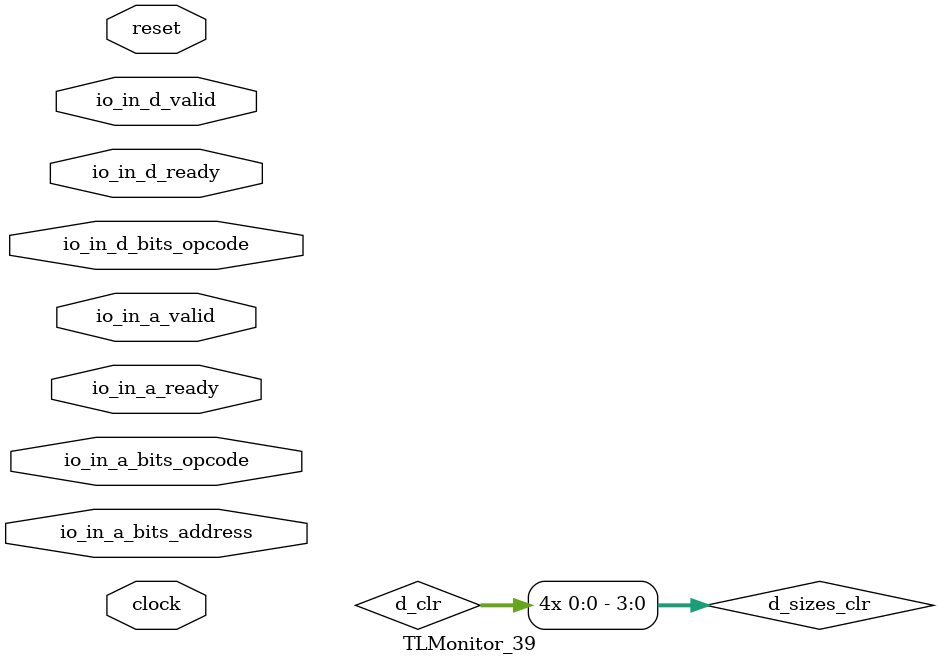
<source format=sv>

`ifndef STOP_COND_
  `ifdef STOP_COND
    `define STOP_COND_ (`STOP_COND)
  `else  // STOP_COND
    `define STOP_COND_ 1
  `endif // STOP_COND
`endif // not def STOP_COND_

// Users can define 'ASSERT_VERBOSE_COND' to add an extra gate to assert error printing.
`ifndef ASSERT_VERBOSE_COND_
  `ifdef ASSERT_VERBOSE_COND
    `define ASSERT_VERBOSE_COND_ (`ASSERT_VERBOSE_COND)
  `else  // ASSERT_VERBOSE_COND
    `define ASSERT_VERBOSE_COND_ 1
  `endif // ASSERT_VERBOSE_COND
`endif // not def ASSERT_VERBOSE_COND_

// Include register initializers in init blocks unless synthesis is set
`ifndef RANDOMIZE
  `ifdef RANDOMIZE_REG_INIT
    `define RANDOMIZE
  `endif // RANDOMIZE_REG_INIT
`endif // not def RANDOMIZE
`ifndef SYNTHESIS
  `ifndef ENABLE_INITIAL_REG_
    `define ENABLE_INITIAL_REG_
  `endif // not def ENABLE_INITIAL_REG_
`endif // not def SYNTHESIS

// Standard header to adapt well known macros for register randomization.

// RANDOM may be set to an expression that produces a 32-bit random unsigned value.
`ifndef RANDOM
  `define RANDOM $random
`endif // not def RANDOM

// Users can define INIT_RANDOM as general code that gets injected into the
// initializer block for modules with registers.
`ifndef INIT_RANDOM
  `define INIT_RANDOM
`endif // not def INIT_RANDOM

// If using random initialization, you can also define RANDOMIZE_DELAY to
// customize the delay used, otherwise 0.002 is used.
`ifndef RANDOMIZE_DELAY
  `define RANDOMIZE_DELAY 0.002
`endif // not def RANDOMIZE_DELAY

// Define INIT_RANDOM_PROLOG_ for use in our modules below.
`ifndef INIT_RANDOM_PROLOG_
  `ifdef RANDOMIZE
    `ifdef VERILATOR
      `define INIT_RANDOM_PROLOG_ `INIT_RANDOM
    `else  // VERILATOR
      `define INIT_RANDOM_PROLOG_ `INIT_RANDOM #`RANDOMIZE_DELAY begin end
    `endif // VERILATOR
  `else  // RANDOMIZE
    `define INIT_RANDOM_PROLOG_
  `endif // RANDOMIZE
`endif // not def INIT_RANDOM_PROLOG_
module TLMonitor_39(	// @[generators/rocket-chip/src/main/scala/tilelink/Monitor.scala:36:7]
  input       clock,	// @[generators/rocket-chip/src/main/scala/tilelink/Monitor.scala:36:7]
  input       reset,	// @[generators/rocket-chip/src/main/scala/tilelink/Monitor.scala:36:7]
  input       io_in_a_ready,	// @[generators/rocket-chip/src/main/scala/tilelink/Monitor.scala:20:14]
  input       io_in_a_valid,	// @[generators/rocket-chip/src/main/scala/tilelink/Monitor.scala:20:14]
  input [2:0] io_in_a_bits_opcode,	// @[generators/rocket-chip/src/main/scala/tilelink/Monitor.scala:20:14]
  input [6:0] io_in_a_bits_address,	// @[generators/rocket-chip/src/main/scala/tilelink/Monitor.scala:20:14]
  input       io_in_d_ready,	// @[generators/rocket-chip/src/main/scala/tilelink/Monitor.scala:20:14]
  input       io_in_d_valid,	// @[generators/rocket-chip/src/main/scala/tilelink/Monitor.scala:20:14]
  input [2:0] io_in_d_bits_opcode	// @[generators/rocket-chip/src/main/scala/tilelink/Monitor.scala:20:14]
);

  wire [31:0] _plusarg_reader_1_out;	// @[generators/rocket-chip/src/main/scala/util/PlusArg.scala:80:11]
  wire [31:0] _plusarg_reader_out;	// @[generators/rocket-chip/src/main/scala/util/PlusArg.scala:80:11]
  wire        a_first_done = io_in_a_ready & io_in_a_valid;	// @[src/main/scala/chisel3/util/Decoupled.scala:51:35]
  reg         a_first_counter;	// @[generators/rocket-chip/src/main/scala/tilelink/Edges.scala:229:27]
  reg  [2:0]  opcode;	// @[generators/rocket-chip/src/main/scala/tilelink/Monitor.scala:387:22]
  reg  [6:0]  address;	// @[generators/rocket-chip/src/main/scala/tilelink/Monitor.scala:391:22]
  reg         d_first_counter;	// @[generators/rocket-chip/src/main/scala/tilelink/Edges.scala:229:27]
  reg  [2:0]  opcode_1;	// @[generators/rocket-chip/src/main/scala/tilelink/Monitor.scala:538:22]
  reg  [1:0]  inflight;	// @[generators/rocket-chip/src/main/scala/tilelink/Monitor.scala:614:27]
  reg  [3:0]  inflight_opcodes;	// @[generators/rocket-chip/src/main/scala/tilelink/Monitor.scala:616:35]
  reg  [3:0]  inflight_sizes;	// @[generators/rocket-chip/src/main/scala/tilelink/Monitor.scala:618:33]
  reg         a_first_counter_1;	// @[generators/rocket-chip/src/main/scala/tilelink/Edges.scala:229:27]
  reg         d_first_counter_1;	// @[generators/rocket-chip/src/main/scala/tilelink/Edges.scala:229:27]
  wire        a_set = a_first_done & ~a_first_counter_1;	// @[generators/rocket-chip/src/main/scala/tilelink/Edges.scala:229:27, :231:25, generators/rocket-chip/src/main/scala/tilelink/Monitor.scala:655:25, src/main/scala/chisel3/util/Decoupled.scala:51:35]
  wire        d_release_ack = io_in_d_bits_opcode == 3'h6;	// @[generators/rocket-chip/src/main/scala/tilelink/Monitor.scala:673:46]
  wire        _GEN = io_in_d_bits_opcode != 3'h6;	// @[generators/rocket-chip/src/main/scala/tilelink/Monitor.scala:673:46, :674:74]
  reg  [31:0] watchdog;	// @[generators/rocket-chip/src/main/scala/tilelink/Monitor.scala:709:27]
  reg  [1:0]  inflight_1;	// @[generators/rocket-chip/src/main/scala/tilelink/Monitor.scala:726:35]
  reg  [3:0]  inflight_sizes_1;	// @[generators/rocket-chip/src/main/scala/tilelink/Monitor.scala:728:35]
  reg         d_first_counter_2;	// @[generators/rocket-chip/src/main/scala/tilelink/Edges.scala:229:27]
  reg  [31:0] watchdog_1;	// @[generators/rocket-chip/src/main/scala/tilelink/Monitor.scala:818:27]
  `ifndef SYNTHESIS	// @[generators/rocket-chip/src/main/scala/tilelink/Monitor.scala:45:11]
    wire [7:0][2:0] _GEN_0 = '{3'h4, 3'h5, 3'h2, 3'h1, 3'h1, 3'h1, 3'h0, 3'h0};
    wire [7:0][2:0] _GEN_1 = '{3'h4, 3'h4, 3'h2, 3'h1, 3'h1, 3'h1, 3'h0, 3'h0};
    wire            _GEN_2 = io_in_a_valid & io_in_a_bits_opcode == 3'h6 & ~reset;	// @[generators/rocket-chip/src/main/scala/tilelink/Monitor.scala:45:11, :84:{25,54}]
    wire            _GEN_3 = io_in_a_valid & (&io_in_a_bits_opcode) & ~reset;	// @[generators/rocket-chip/src/main/scala/tilelink/Monitor.scala:45:11, :95:{25,53}]
    wire            _GEN_4 = {io_in_a_bits_address[6:4] ^ 3'h4, io_in_a_bits_address[2]} == 4'h0 | io_in_a_bits_address[6:3] == 4'hA;	// @[generators/rocket-chip/src/main/scala/diplomacy/Parameters.scala:137:{31,41,46,59}, generators/rocket-chip/src/main/scala/tilelink/Monitor.scala:20:14, :36:7, generators/rocket-chip/src/main/scala/tilelink/Parameters.scala:685:42]
    wire            _GEN_5 = io_in_a_valid & io_in_a_bits_opcode == 3'h4 & ~reset;	// @[generators/rocket-chip/src/main/scala/tilelink/Monitor.scala:36:7, :45:11, :107:{25,45}]
    wire            _GEN_6 = io_in_a_valid & io_in_a_bits_opcode == 3'h0 & ~reset;	// @[generators/rocket-chip/src/main/scala/tilelink/Monitor.scala:36:7, :45:11, :117:{25,53}]
    wire            _GEN_7 = io_in_a_valid & io_in_a_bits_opcode == 3'h1 & ~reset;	// @[generators/rocket-chip/src/main/scala/tilelink/Monitor.scala:36:7, :45:11, :125:{25,56}]
    wire            _GEN_8 = io_in_a_valid & io_in_a_bits_opcode == 3'h2 & ~reset;	// @[generators/rocket-chip/src/main/scala/tilelink/Monitor.scala:45:11, :133:{25,56}]
    wire            _GEN_9 = io_in_a_valid & io_in_a_bits_opcode == 3'h3 & ~reset;	// @[generators/rocket-chip/src/main/scala/tilelink/Monitor.scala:45:11, :141:{25,53}]
    wire            _GEN_10 = io_in_a_valid & io_in_a_bits_opcode == 3'h5 & ~reset;	// @[generators/rocket-chip/src/main/scala/tilelink/Monitor.scala:45:11, :149:{25,46}]
    wire            _GEN_11 = io_in_a_valid & a_first_counter & ~reset;	// @[generators/rocket-chip/src/main/scala/tilelink/Edges.scala:229:27, generators/rocket-chip/src/main/scala/tilelink/Monitor.scala:45:11, :392:19]
    wire            _same_cycle_resp_T_1 = io_in_a_valid & ~a_first_counter_1;	// @[generators/rocket-chip/src/main/scala/tilelink/Edges.scala:229:27, :231:25, generators/rocket-chip/src/main/scala/tilelink/Monitor.scala:651:26]
    wire            _GEN_12 = io_in_d_valid & ~d_first_counter_1;	// @[generators/rocket-chip/src/main/scala/tilelink/Edges.scala:229:27, :231:25, generators/rocket-chip/src/main/scala/tilelink/Monitor.scala:674:26]
    wire            _GEN_13 = _GEN_12 & _GEN;	// @[generators/rocket-chip/src/main/scala/tilelink/Monitor.scala:673:46, :674:{26,74}, :683:71]
    wire            _GEN_14 = _GEN_13 & ~_same_cycle_resp_T_1 & ~reset;	// @[generators/rocket-chip/src/main/scala/tilelink/Monitor.scala:45:11, :52:11, :651:26, :683:71, :687:30]
    wire            _GEN_15 = io_in_d_valid & ~d_first_counter_2 & d_release_ack & ~reset;	// @[generators/rocket-chip/src/main/scala/tilelink/Edges.scala:229:27, :231:25, generators/rocket-chip/src/main/scala/tilelink/Monitor.scala:45:11, :52:11, :673:46, :784:26, :794:71]
    always @(posedge clock) begin	// @[generators/rocket-chip/src/main/scala/tilelink/Monitor.scala:45:11]
      if (_GEN_2) begin	// @[generators/rocket-chip/src/main/scala/tilelink/Monitor.scala:45:11, :84:54]
        if (`ASSERT_VERBOSE_COND_)	// @[generators/rocket-chip/src/main/scala/tilelink/Monitor.scala:45:11]
          $error("Assertion failed: 'A' channel carries AcquireBlock type which is unexpected using diplomatic parameters (connected at generators/rocket-chip/src/main/scala/devices/debug/Debug.scala:706:19)\n    at Monitor.scala:45 assert(cond, message)\n");	// @[generators/rocket-chip/src/main/scala/tilelink/Monitor.scala:45:11]
        if (`STOP_COND_)	// @[generators/rocket-chip/src/main/scala/tilelink/Monitor.scala:45:11]
          $fatal;	// @[generators/rocket-chip/src/main/scala/tilelink/Monitor.scala:45:11]
        if (`ASSERT_VERBOSE_COND_)	// @[generators/rocket-chip/src/main/scala/tilelink/Monitor.scala:45:11]
          $error("Assertion failed: 'A' channel carries AcquireBlock from a client which does not support Probe (connected at generators/rocket-chip/src/main/scala/devices/debug/Debug.scala:706:19)\n    at Monitor.scala:45 assert(cond, message)\n");	// @[generators/rocket-chip/src/main/scala/tilelink/Monitor.scala:45:11]
        if (`STOP_COND_)	// @[generators/rocket-chip/src/main/scala/tilelink/Monitor.scala:45:11]
          $fatal;	// @[generators/rocket-chip/src/main/scala/tilelink/Monitor.scala:45:11]
      end
      if (_GEN_2 & (|(io_in_a_bits_address[1:0]))) begin	// @[generators/rocket-chip/src/main/scala/tilelink/Edges.scala:21:{16,24}, generators/rocket-chip/src/main/scala/tilelink/Monitor.scala:45:11, :84:54]
        if (`ASSERT_VERBOSE_COND_)	// @[generators/rocket-chip/src/main/scala/tilelink/Monitor.scala:45:11]
          $error("Assertion failed: 'A' channel AcquireBlock address not aligned to size (connected at generators/rocket-chip/src/main/scala/devices/debug/Debug.scala:706:19)\n    at Monitor.scala:45 assert(cond, message)\n");	// @[generators/rocket-chip/src/main/scala/tilelink/Monitor.scala:45:11]
        if (`STOP_COND_)	// @[generators/rocket-chip/src/main/scala/tilelink/Monitor.scala:45:11]
          $fatal;	// @[generators/rocket-chip/src/main/scala/tilelink/Monitor.scala:45:11]
      end
      if (_GEN_3) begin	// @[generators/rocket-chip/src/main/scala/tilelink/Monitor.scala:45:11, :95:53]
        if (`ASSERT_VERBOSE_COND_)	// @[generators/rocket-chip/src/main/scala/tilelink/Monitor.scala:45:11]
          $error("Assertion failed: 'A' channel carries AcquirePerm type which is unexpected using diplomatic parameters (connected at generators/rocket-chip/src/main/scala/devices/debug/Debug.scala:706:19)\n    at Monitor.scala:45 assert(cond, message)\n");	// @[generators/rocket-chip/src/main/scala/tilelink/Monitor.scala:45:11]
        if (`STOP_COND_)	// @[generators/rocket-chip/src/main/scala/tilelink/Monitor.scala:45:11]
          $fatal;	// @[generators/rocket-chip/src/main/scala/tilelink/Monitor.scala:45:11]
        if (`ASSERT_VERBOSE_COND_)	// @[generators/rocket-chip/src/main/scala/tilelink/Monitor.scala:45:11]
          $error("Assertion failed: 'A' channel carries AcquirePerm from a client which does not support Probe (connected at generators/rocket-chip/src/main/scala/devices/debug/Debug.scala:706:19)\n    at Monitor.scala:45 assert(cond, message)\n");	// @[generators/rocket-chip/src/main/scala/tilelink/Monitor.scala:45:11]
        if (`STOP_COND_)	// @[generators/rocket-chip/src/main/scala/tilelink/Monitor.scala:45:11]
          $fatal;	// @[generators/rocket-chip/src/main/scala/tilelink/Monitor.scala:45:11]
      end
      if (_GEN_3 & (|(io_in_a_bits_address[1:0]))) begin	// @[generators/rocket-chip/src/main/scala/tilelink/Edges.scala:21:{16,24}, generators/rocket-chip/src/main/scala/tilelink/Monitor.scala:45:11, :95:53]
        if (`ASSERT_VERBOSE_COND_)	// @[generators/rocket-chip/src/main/scala/tilelink/Monitor.scala:45:11]
          $error("Assertion failed: 'A' channel AcquirePerm address not aligned to size (connected at generators/rocket-chip/src/main/scala/devices/debug/Debug.scala:706:19)\n    at Monitor.scala:45 assert(cond, message)\n");	// @[generators/rocket-chip/src/main/scala/tilelink/Monitor.scala:45:11]
        if (`STOP_COND_)	// @[generators/rocket-chip/src/main/scala/tilelink/Monitor.scala:45:11]
          $fatal;	// @[generators/rocket-chip/src/main/scala/tilelink/Monitor.scala:45:11]
      end
      if (_GEN_3) begin	// @[generators/rocket-chip/src/main/scala/tilelink/Monitor.scala:45:11, :95:53]
        if (`ASSERT_VERBOSE_COND_)	// @[generators/rocket-chip/src/main/scala/tilelink/Monitor.scala:45:11]
          $error("Assertion failed: 'A' channel AcquirePerm requests NtoB (connected at generators/rocket-chip/src/main/scala/devices/debug/Debug.scala:706:19)\n    at Monitor.scala:45 assert(cond, message)\n");	// @[generators/rocket-chip/src/main/scala/tilelink/Monitor.scala:45:11]
        if (`STOP_COND_)	// @[generators/rocket-chip/src/main/scala/tilelink/Monitor.scala:45:11]
          $fatal;	// @[generators/rocket-chip/src/main/scala/tilelink/Monitor.scala:45:11]
      end
      if (_GEN_5 & ~_GEN_4) begin	// @[generators/rocket-chip/src/main/scala/tilelink/Monitor.scala:45:11, :107:45, generators/rocket-chip/src/main/scala/tilelink/Parameters.scala:685:42]
        if (`ASSERT_VERBOSE_COND_)	// @[generators/rocket-chip/src/main/scala/tilelink/Monitor.scala:45:11]
          $error("Assertion failed: 'A' channel carries Get type which slave claims it can't support (connected at generators/rocket-chip/src/main/scala/devices/debug/Debug.scala:706:19)\n    at Monitor.scala:45 assert(cond, message)\n");	// @[generators/rocket-chip/src/main/scala/tilelink/Monitor.scala:45:11]
        if (`STOP_COND_)	// @[generators/rocket-chip/src/main/scala/tilelink/Monitor.scala:45:11]
          $fatal;	// @[generators/rocket-chip/src/main/scala/tilelink/Monitor.scala:45:11]
      end
      if (_GEN_5 & (|(io_in_a_bits_address[1:0]))) begin	// @[generators/rocket-chip/src/main/scala/tilelink/Edges.scala:21:{16,24}, generators/rocket-chip/src/main/scala/tilelink/Monitor.scala:45:11, :107:45]
        if (`ASSERT_VERBOSE_COND_)	// @[generators/rocket-chip/src/main/scala/tilelink/Monitor.scala:45:11]
          $error("Assertion failed: 'A' channel Get address not aligned to size (connected at generators/rocket-chip/src/main/scala/devices/debug/Debug.scala:706:19)\n    at Monitor.scala:45 assert(cond, message)\n");	// @[generators/rocket-chip/src/main/scala/tilelink/Monitor.scala:45:11]
        if (`STOP_COND_)	// @[generators/rocket-chip/src/main/scala/tilelink/Monitor.scala:45:11]
          $fatal;	// @[generators/rocket-chip/src/main/scala/tilelink/Monitor.scala:45:11]
      end
      if (_GEN_6 & ~_GEN_4) begin	// @[generators/rocket-chip/src/main/scala/tilelink/Monitor.scala:45:11, :117:53, generators/rocket-chip/src/main/scala/tilelink/Parameters.scala:685:42]
        if (`ASSERT_VERBOSE_COND_)	// @[generators/rocket-chip/src/main/scala/tilelink/Monitor.scala:45:11]
          $error("Assertion failed: 'A' channel carries PutFull type which is unexpected using diplomatic parameters (connected at generators/rocket-chip/src/main/scala/devices/debug/Debug.scala:706:19)\n    at Monitor.scala:45 assert(cond, message)\n");	// @[generators/rocket-chip/src/main/scala/tilelink/Monitor.scala:45:11]
        if (`STOP_COND_)	// @[generators/rocket-chip/src/main/scala/tilelink/Monitor.scala:45:11]
          $fatal;	// @[generators/rocket-chip/src/main/scala/tilelink/Monitor.scala:45:11]
      end
      if (_GEN_6 & (|(io_in_a_bits_address[1:0]))) begin	// @[generators/rocket-chip/src/main/scala/tilelink/Edges.scala:21:{16,24}, generators/rocket-chip/src/main/scala/tilelink/Monitor.scala:45:11, :117:53]
        if (`ASSERT_VERBOSE_COND_)	// @[generators/rocket-chip/src/main/scala/tilelink/Monitor.scala:45:11]
          $error("Assertion failed: 'A' channel PutFull address not aligned to size (connected at generators/rocket-chip/src/main/scala/devices/debug/Debug.scala:706:19)\n    at Monitor.scala:45 assert(cond, message)\n");	// @[generators/rocket-chip/src/main/scala/tilelink/Monitor.scala:45:11]
        if (`STOP_COND_)	// @[generators/rocket-chip/src/main/scala/tilelink/Monitor.scala:45:11]
          $fatal;	// @[generators/rocket-chip/src/main/scala/tilelink/Monitor.scala:45:11]
      end
      if (_GEN_7) begin	// @[generators/rocket-chip/src/main/scala/tilelink/Monitor.scala:45:11, :125:56]
        if (`ASSERT_VERBOSE_COND_)	// @[generators/rocket-chip/src/main/scala/tilelink/Monitor.scala:45:11]
          $error("Assertion failed: 'A' channel carries PutPartial type which is unexpected using diplomatic parameters (connected at generators/rocket-chip/src/main/scala/devices/debug/Debug.scala:706:19)\n    at Monitor.scala:45 assert(cond, message)\n");	// @[generators/rocket-chip/src/main/scala/tilelink/Monitor.scala:45:11]
        if (`STOP_COND_)	// @[generators/rocket-chip/src/main/scala/tilelink/Monitor.scala:45:11]
          $fatal;	// @[generators/rocket-chip/src/main/scala/tilelink/Monitor.scala:45:11]
      end
      if (_GEN_7 & (|(io_in_a_bits_address[1:0]))) begin	// @[generators/rocket-chip/src/main/scala/tilelink/Edges.scala:21:{16,24}, generators/rocket-chip/src/main/scala/tilelink/Monitor.scala:45:11, :125:56]
        if (`ASSERT_VERBOSE_COND_)	// @[generators/rocket-chip/src/main/scala/tilelink/Monitor.scala:45:11]
          $error("Assertion failed: 'A' channel PutPartial address not aligned to size (connected at generators/rocket-chip/src/main/scala/devices/debug/Debug.scala:706:19)\n    at Monitor.scala:45 assert(cond, message)\n");	// @[generators/rocket-chip/src/main/scala/tilelink/Monitor.scala:45:11]
        if (`STOP_COND_)	// @[generators/rocket-chip/src/main/scala/tilelink/Monitor.scala:45:11]
          $fatal;	// @[generators/rocket-chip/src/main/scala/tilelink/Monitor.scala:45:11]
      end
      if (_GEN_8) begin	// @[generators/rocket-chip/src/main/scala/tilelink/Monitor.scala:45:11, :133:56]
        if (`ASSERT_VERBOSE_COND_)	// @[generators/rocket-chip/src/main/scala/tilelink/Monitor.scala:45:11]
          $error("Assertion failed: 'A' channel carries Arithmetic type which is unexpected using diplomatic parameters (connected at generators/rocket-chip/src/main/scala/devices/debug/Debug.scala:706:19)\n    at Monitor.scala:45 assert(cond, message)\n");	// @[generators/rocket-chip/src/main/scala/tilelink/Monitor.scala:45:11]
        if (`STOP_COND_)	// @[generators/rocket-chip/src/main/scala/tilelink/Monitor.scala:45:11]
          $fatal;	// @[generators/rocket-chip/src/main/scala/tilelink/Monitor.scala:45:11]
      end
      if (_GEN_8 & (|(io_in_a_bits_address[1:0]))) begin	// @[generators/rocket-chip/src/main/scala/tilelink/Edges.scala:21:{16,24}, generators/rocket-chip/src/main/scala/tilelink/Monitor.scala:45:11, :133:56]
        if (`ASSERT_VERBOSE_COND_)	// @[generators/rocket-chip/src/main/scala/tilelink/Monitor.scala:45:11]
          $error("Assertion failed: 'A' channel Arithmetic address not aligned to size (connected at generators/rocket-chip/src/main/scala/devices/debug/Debug.scala:706:19)\n    at Monitor.scala:45 assert(cond, message)\n");	// @[generators/rocket-chip/src/main/scala/tilelink/Monitor.scala:45:11]
        if (`STOP_COND_)	// @[generators/rocket-chip/src/main/scala/tilelink/Monitor.scala:45:11]
          $fatal;	// @[generators/rocket-chip/src/main/scala/tilelink/Monitor.scala:45:11]
      end
      if (_GEN_9) begin	// @[generators/rocket-chip/src/main/scala/tilelink/Monitor.scala:45:11, :141:53]
        if (`ASSERT_VERBOSE_COND_)	// @[generators/rocket-chip/src/main/scala/tilelink/Monitor.scala:45:11]
          $error("Assertion failed: 'A' channel carries Logical type which is unexpected using diplomatic parameters (connected at generators/rocket-chip/src/main/scala/devices/debug/Debug.scala:706:19)\n    at Monitor.scala:45 assert(cond, message)\n");	// @[generators/rocket-chip/src/main/scala/tilelink/Monitor.scala:45:11]
        if (`STOP_COND_)	// @[generators/rocket-chip/src/main/scala/tilelink/Monitor.scala:45:11]
          $fatal;	// @[generators/rocket-chip/src/main/scala/tilelink/Monitor.scala:45:11]
      end
      if (_GEN_9 & (|(io_in_a_bits_address[1:0]))) begin	// @[generators/rocket-chip/src/main/scala/tilelink/Edges.scala:21:{16,24}, generators/rocket-chip/src/main/scala/tilelink/Monitor.scala:45:11, :141:53]
        if (`ASSERT_VERBOSE_COND_)	// @[generators/rocket-chip/src/main/scala/tilelink/Monitor.scala:45:11]
          $error("Assertion failed: 'A' channel Logical address not aligned to size (connected at generators/rocket-chip/src/main/scala/devices/debug/Debug.scala:706:19)\n    at Monitor.scala:45 assert(cond, message)\n");	// @[generators/rocket-chip/src/main/scala/tilelink/Monitor.scala:45:11]
        if (`STOP_COND_)	// @[generators/rocket-chip/src/main/scala/tilelink/Monitor.scala:45:11]
          $fatal;	// @[generators/rocket-chip/src/main/scala/tilelink/Monitor.scala:45:11]
      end
      if (_GEN_10) begin	// @[generators/rocket-chip/src/main/scala/tilelink/Monitor.scala:45:11, :149:46]
        if (`ASSERT_VERBOSE_COND_)	// @[generators/rocket-chip/src/main/scala/tilelink/Monitor.scala:45:11]
          $error("Assertion failed: 'A' channel carries Hint type which is unexpected using diplomatic parameters (connected at generators/rocket-chip/src/main/scala/devices/debug/Debug.scala:706:19)\n    at Monitor.scala:45 assert(cond, message)\n");	// @[generators/rocket-chip/src/main/scala/tilelink/Monitor.scala:45:11]
        if (`STOP_COND_)	// @[generators/rocket-chip/src/main/scala/tilelink/Monitor.scala:45:11]
          $fatal;	// @[generators/rocket-chip/src/main/scala/tilelink/Monitor.scala:45:11]
      end
      if (_GEN_10 & (|(io_in_a_bits_address[1:0]))) begin	// @[generators/rocket-chip/src/main/scala/tilelink/Edges.scala:21:{16,24}, generators/rocket-chip/src/main/scala/tilelink/Monitor.scala:45:11, :149:46]
        if (`ASSERT_VERBOSE_COND_)	// @[generators/rocket-chip/src/main/scala/tilelink/Monitor.scala:45:11]
          $error("Assertion failed: 'A' channel Hint address not aligned to size (connected at generators/rocket-chip/src/main/scala/devices/debug/Debug.scala:706:19)\n    at Monitor.scala:45 assert(cond, message)\n");	// @[generators/rocket-chip/src/main/scala/tilelink/Monitor.scala:45:11]
        if (`STOP_COND_)	// @[generators/rocket-chip/src/main/scala/tilelink/Monitor.scala:45:11]
          $fatal;	// @[generators/rocket-chip/src/main/scala/tilelink/Monitor.scala:45:11]
      end
      if (io_in_d_valid & ~reset & (&io_in_d_bits_opcode)) begin	// @[generators/rocket-chip/src/main/scala/tilelink/Bundles.scala:45:24, generators/rocket-chip/src/main/scala/tilelink/Monitor.scala:45:11, :52:11]
        if (`ASSERT_VERBOSE_COND_)	// @[generators/rocket-chip/src/main/scala/tilelink/Monitor.scala:52:11]
          $error("Assertion failed: 'D' channel has invalid opcode (connected at generators/rocket-chip/src/main/scala/devices/debug/Debug.scala:706:19)\n    at Monitor.scala:52 assert(cond, message)\n");	// @[generators/rocket-chip/src/main/scala/tilelink/Monitor.scala:52:11]
        if (`STOP_COND_)	// @[generators/rocket-chip/src/main/scala/tilelink/Monitor.scala:52:11]
          $fatal;	// @[generators/rocket-chip/src/main/scala/tilelink/Monitor.scala:52:11]
      end
      if (io_in_d_valid & io_in_d_bits_opcode == 3'h4 & ~reset) begin	// @[generators/rocket-chip/src/main/scala/tilelink/Monitor.scala:36:7, :45:11, :52:11, :321:{25,47}]
        if (`ASSERT_VERBOSE_COND_)	// @[generators/rocket-chip/src/main/scala/tilelink/Monitor.scala:52:11]
          $error("Assertion failed: 'D' channel Grant carries invalid sink ID (connected at generators/rocket-chip/src/main/scala/devices/debug/Debug.scala:706:19)\n    at Monitor.scala:52 assert(cond, message)\n");	// @[generators/rocket-chip/src/main/scala/tilelink/Monitor.scala:52:11]
        if (`STOP_COND_)	// @[generators/rocket-chip/src/main/scala/tilelink/Monitor.scala:52:11]
          $fatal;	// @[generators/rocket-chip/src/main/scala/tilelink/Monitor.scala:52:11]
      end
      if (io_in_d_valid & io_in_d_bits_opcode == 3'h5 & ~reset) begin	// @[generators/rocket-chip/src/main/scala/tilelink/Monitor.scala:45:11, :52:11, :331:{25,51}]
        if (`ASSERT_VERBOSE_COND_)	// @[generators/rocket-chip/src/main/scala/tilelink/Monitor.scala:52:11]
          $error("Assertion failed: 'D' channel GrantData carries invalid sink ID (connected at generators/rocket-chip/src/main/scala/devices/debug/Debug.scala:706:19)\n    at Monitor.scala:52 assert(cond, message)\n");	// @[generators/rocket-chip/src/main/scala/tilelink/Monitor.scala:52:11]
        if (`STOP_COND_)	// @[generators/rocket-chip/src/main/scala/tilelink/Monitor.scala:52:11]
          $fatal;	// @[generators/rocket-chip/src/main/scala/tilelink/Monitor.scala:52:11]
      end
      if (_GEN_11 & io_in_a_bits_opcode != opcode) begin	// @[generators/rocket-chip/src/main/scala/tilelink/Monitor.scala:45:11, :387:22, :392:19, :393:32]
        if (`ASSERT_VERBOSE_COND_)	// @[generators/rocket-chip/src/main/scala/tilelink/Monitor.scala:45:11]
          $error("Assertion failed: 'A' channel opcode changed within multibeat operation (connected at generators/rocket-chip/src/main/scala/devices/debug/Debug.scala:706:19)\n    at Monitor.scala:45 assert(cond, message)\n");	// @[generators/rocket-chip/src/main/scala/tilelink/Monitor.scala:45:11]
        if (`STOP_COND_)	// @[generators/rocket-chip/src/main/scala/tilelink/Monitor.scala:45:11]
          $fatal;	// @[generators/rocket-chip/src/main/scala/tilelink/Monitor.scala:45:11]
      end
      if (_GEN_11 & io_in_a_bits_address != address) begin	// @[generators/rocket-chip/src/main/scala/tilelink/Monitor.scala:45:11, :391:22, :392:19, :397:32]
        if (`ASSERT_VERBOSE_COND_)	// @[generators/rocket-chip/src/main/scala/tilelink/Monitor.scala:45:11]
          $error("Assertion failed: 'A' channel address changed with multibeat operation (connected at generators/rocket-chip/src/main/scala/devices/debug/Debug.scala:706:19)\n    at Monitor.scala:45 assert(cond, message)\n");	// @[generators/rocket-chip/src/main/scala/tilelink/Monitor.scala:45:11]
        if (`STOP_COND_)	// @[generators/rocket-chip/src/main/scala/tilelink/Monitor.scala:45:11]
          $fatal;	// @[generators/rocket-chip/src/main/scala/tilelink/Monitor.scala:45:11]
      end
      if (io_in_d_valid & d_first_counter & ~reset & io_in_d_bits_opcode != opcode_1) begin	// @[generators/rocket-chip/src/main/scala/tilelink/Edges.scala:229:27, generators/rocket-chip/src/main/scala/tilelink/Monitor.scala:45:11, :52:11, :538:22, :544:19, :545:29]
        if (`ASSERT_VERBOSE_COND_)	// @[generators/rocket-chip/src/main/scala/tilelink/Monitor.scala:52:11]
          $error("Assertion failed: 'D' channel opcode changed within multibeat operation (connected at generators/rocket-chip/src/main/scala/devices/debug/Debug.scala:706:19)\n    at Monitor.scala:52 assert(cond, message)\n");	// @[generators/rocket-chip/src/main/scala/tilelink/Monitor.scala:52:11]
        if (`STOP_COND_)	// @[generators/rocket-chip/src/main/scala/tilelink/Monitor.scala:52:11]
          $fatal;	// @[generators/rocket-chip/src/main/scala/tilelink/Monitor.scala:52:11]
      end
      if (a_set & ~reset & inflight[0]) begin	// @[generators/rocket-chip/src/main/scala/tilelink/Monitor.scala:45:11, :614:27, :655:25, :661:26]
        if (`ASSERT_VERBOSE_COND_)	// @[generators/rocket-chip/src/main/scala/tilelink/Monitor.scala:45:11]
          $error("Assertion failed: 'A' channel re-used a source ID (connected at generators/rocket-chip/src/main/scala/devices/debug/Debug.scala:706:19)\n    at Monitor.scala:45 assert(cond, message)\n");	// @[generators/rocket-chip/src/main/scala/tilelink/Monitor.scala:45:11]
        if (`STOP_COND_)	// @[generators/rocket-chip/src/main/scala/tilelink/Monitor.scala:45:11]
          $fatal;	// @[generators/rocket-chip/src/main/scala/tilelink/Monitor.scala:45:11]
      end
      if (_GEN_13 & ~reset & ~(inflight[0] | _same_cycle_resp_T_1)) begin	// @[generators/rocket-chip/src/main/scala/tilelink/Monitor.scala:45:11, :52:11, :614:27, :651:26, :661:26, :683:71, :685:49]
        if (`ASSERT_VERBOSE_COND_)	// @[generators/rocket-chip/src/main/scala/tilelink/Monitor.scala:52:11]
          $error("Assertion failed: 'D' channel acknowledged for nothing inflight (connected at generators/rocket-chip/src/main/scala/devices/debug/Debug.scala:706:19)\n    at Monitor.scala:52 assert(cond, message)\n");	// @[generators/rocket-chip/src/main/scala/tilelink/Monitor.scala:52:11]
        if (`STOP_COND_)	// @[generators/rocket-chip/src/main/scala/tilelink/Monitor.scala:52:11]
          $fatal;	// @[generators/rocket-chip/src/main/scala/tilelink/Monitor.scala:52:11]
      end
      if (_GEN_13 & _same_cycle_resp_T_1 & ~reset & ~(io_in_d_bits_opcode == _GEN_1[io_in_a_bits_opcode] | io_in_d_bits_opcode == _GEN_0[io_in_a_bits_opcode])) begin	// @[generators/rocket-chip/src/main/scala/tilelink/Monitor.scala:45:11, :52:11, :651:26, :683:71, :687:30, :688:{38,77}, :689:39]
        if (`ASSERT_VERBOSE_COND_)	// @[generators/rocket-chip/src/main/scala/tilelink/Monitor.scala:52:11]
          $error("Assertion failed: 'D' channel contains improper opcode response (connected at generators/rocket-chip/src/main/scala/devices/debug/Debug.scala:706:19)\n    at Monitor.scala:52 assert(cond, message)\n");	// @[generators/rocket-chip/src/main/scala/tilelink/Monitor.scala:52:11]
        if (`STOP_COND_)	// @[generators/rocket-chip/src/main/scala/tilelink/Monitor.scala:52:11]
          $fatal;	// @[generators/rocket-chip/src/main/scala/tilelink/Monitor.scala:52:11]
      end
      if (_GEN_14 & ~(io_in_d_bits_opcode == _GEN_1[inflight_opcodes[3:1]] | io_in_d_bits_opcode == _GEN_0[inflight_opcodes[3:1]])) begin	// @[generators/rocket-chip/src/main/scala/tilelink/Monitor.scala:52:11, :616:35, :637:152, :687:30, :692:{38,72}, :693:38]
        if (`ASSERT_VERBOSE_COND_)	// @[generators/rocket-chip/src/main/scala/tilelink/Monitor.scala:52:11]
          $error("Assertion failed: 'D' channel contains improper opcode response (connected at generators/rocket-chip/src/main/scala/devices/debug/Debug.scala:706:19)\n    at Monitor.scala:52 assert(cond, message)\n");	// @[generators/rocket-chip/src/main/scala/tilelink/Monitor.scala:52:11]
        if (`STOP_COND_)	// @[generators/rocket-chip/src/main/scala/tilelink/Monitor.scala:52:11]
          $fatal;	// @[generators/rocket-chip/src/main/scala/tilelink/Monitor.scala:52:11]
      end
      if (_GEN_14 & inflight_sizes[3:1] != 3'h2) begin	// @[generators/rocket-chip/src/main/scala/tilelink/Monitor.scala:52:11, :618:33, :641:144, :687:30, :694:36]
        if (`ASSERT_VERBOSE_COND_)	// @[generators/rocket-chip/src/main/scala/tilelink/Monitor.scala:52:11]
          $error("Assertion failed: 'D' channel contains improper response size (connected at generators/rocket-chip/src/main/scala/devices/debug/Debug.scala:706:19)\n    at Monitor.scala:52 assert(cond, message)\n");	// @[generators/rocket-chip/src/main/scala/tilelink/Monitor.scala:52:11]
        if (`STOP_COND_)	// @[generators/rocket-chip/src/main/scala/tilelink/Monitor.scala:52:11]
          $fatal;	// @[generators/rocket-chip/src/main/scala/tilelink/Monitor.scala:52:11]
      end
      if (_GEN_12 & ~a_first_counter_1 & io_in_a_valid & _GEN & ~reset & ~(~io_in_d_ready | io_in_a_ready)) begin	// @[generators/rocket-chip/src/main/scala/tilelink/Edges.scala:229:27, :231:25, generators/rocket-chip/src/main/scala/tilelink/Monitor.scala:45:11, :52:11, :673:46, :674:{26,74}, :697:{36,47,116}, :698:{15,32}]
        if (`ASSERT_VERBOSE_COND_)	// @[generators/rocket-chip/src/main/scala/tilelink/Monitor.scala:52:11]
          $error("Assertion failed: ready check\n    at Monitor.scala:52 assert(cond, message)\n");	// @[generators/rocket-chip/src/main/scala/tilelink/Monitor.scala:52:11]
        if (`STOP_COND_)	// @[generators/rocket-chip/src/main/scala/tilelink/Monitor.scala:52:11]
          $fatal;	// @[generators/rocket-chip/src/main/scala/tilelink/Monitor.scala:52:11]
      end
      if (~reset & ~(inflight == 2'h0 | _plusarg_reader_out == 32'h0 | watchdog < _plusarg_reader_out)) begin	// @[generators/rocket-chip/src/main/scala/tilelink/Monitor.scala:36:7, :45:11, :614:27, :709:27, :712:{26,30,39,47,59}, generators/rocket-chip/src/main/scala/util/PlusArg.scala:80:11]
        if (`ASSERT_VERBOSE_COND_)	// @[generators/rocket-chip/src/main/scala/tilelink/Monitor.scala:45:11]
          $error("Assertion failed: TileLink timeout expired (connected at generators/rocket-chip/src/main/scala/devices/debug/Debug.scala:706:19)\n    at Monitor.scala:45 assert(cond, message)\n");	// @[generators/rocket-chip/src/main/scala/tilelink/Monitor.scala:45:11]
        if (`STOP_COND_)	// @[generators/rocket-chip/src/main/scala/tilelink/Monitor.scala:45:11]
          $fatal;	// @[generators/rocket-chip/src/main/scala/tilelink/Monitor.scala:45:11]
      end
      if (_GEN_15 & ~(inflight_1[0])) begin	// @[generators/rocket-chip/src/main/scala/tilelink/Monitor.scala:52:11, :726:35, :784:26, :794:71, :796:25]
        if (`ASSERT_VERBOSE_COND_)	// @[generators/rocket-chip/src/main/scala/tilelink/Monitor.scala:52:11]
          $error("Assertion failed: 'D' channel acknowledged for nothing inflight (connected at generators/rocket-chip/src/main/scala/devices/debug/Debug.scala:706:19)\n    at Monitor.scala:52 assert(cond, message)\n");	// @[generators/rocket-chip/src/main/scala/tilelink/Monitor.scala:52:11]
        if (`STOP_COND_)	// @[generators/rocket-chip/src/main/scala/tilelink/Monitor.scala:52:11]
          $fatal;	// @[generators/rocket-chip/src/main/scala/tilelink/Monitor.scala:52:11]
      end
      if (_GEN_15 & inflight_sizes_1[3:1] != 3'h2) begin	// @[generators/rocket-chip/src/main/scala/tilelink/Monitor.scala:52:11, :728:35, :750:146, :784:26, :794:71, :800:36]
        if (`ASSERT_VERBOSE_COND_)	// @[generators/rocket-chip/src/main/scala/tilelink/Monitor.scala:52:11]
          $error("Assertion failed: 'D' channel contains improper response size (connected at generators/rocket-chip/src/main/scala/devices/debug/Debug.scala:706:19)\n    at Monitor.scala:52 assert(cond, message)\n");	// @[generators/rocket-chip/src/main/scala/tilelink/Monitor.scala:52:11]
        if (`STOP_COND_)	// @[generators/rocket-chip/src/main/scala/tilelink/Monitor.scala:52:11]
          $fatal;	// @[generators/rocket-chip/src/main/scala/tilelink/Monitor.scala:52:11]
      end
      if (~reset & ~(inflight_1 == 2'h0 | _plusarg_reader_1_out == 32'h0 | watchdog_1 < _plusarg_reader_1_out)) begin	// @[generators/rocket-chip/src/main/scala/tilelink/Monitor.scala:36:7, :45:11, :726:35, :818:27, :821:{26,30,39,47,59}, generators/rocket-chip/src/main/scala/util/PlusArg.scala:80:11]
        if (`ASSERT_VERBOSE_COND_)	// @[generators/rocket-chip/src/main/scala/tilelink/Monitor.scala:45:11]
          $error("Assertion failed: TileLink timeout expired (connected at generators/rocket-chip/src/main/scala/devices/debug/Debug.scala:706:19)\n    at Monitor.scala:45 assert(cond, message)\n");	// @[generators/rocket-chip/src/main/scala/tilelink/Monitor.scala:45:11]
        if (`STOP_COND_)	// @[generators/rocket-chip/src/main/scala/tilelink/Monitor.scala:45:11]
          $fatal;	// @[generators/rocket-chip/src/main/scala/tilelink/Monitor.scala:45:11]
      end
    end // always @(posedge)
  `endif // not def SYNTHESIS
  wire        d_first_done = io_in_d_ready & io_in_d_valid;	// @[src/main/scala/chisel3/util/Decoupled.scala:51:35]
  wire        d_clr = d_first_done & ~d_first_counter_1 & _GEN;	// @[generators/rocket-chip/src/main/scala/tilelink/Edges.scala:229:27, :231:25, generators/rocket-chip/src/main/scala/tilelink/Monitor.scala:673:46, :674:74, :678:{25,70}, src/main/scala/chisel3/util/Decoupled.scala:51:35]
  wire [3:0]  d_sizes_clr = {4{d_clr}};	// @[generators/rocket-chip/src/main/scala/tilelink/Monitor.scala:668:33, :678:{25,70,89}, :680:21]
  wire        d_clr_1 = d_first_done & ~d_first_counter_2 & d_release_ack;	// @[generators/rocket-chip/src/main/scala/tilelink/Edges.scala:229:27, :231:25, generators/rocket-chip/src/main/scala/tilelink/Monitor.scala:673:46, :788:{25,70}, src/main/scala/chisel3/util/Decoupled.scala:51:35]
  always @(posedge clock) begin	// @[generators/rocket-chip/src/main/scala/tilelink/Monitor.scala:36:7]
    if (reset) begin	// @[generators/rocket-chip/src/main/scala/tilelink/Monitor.scala:36:7]
      a_first_counter <= 1'h0;	// @[generators/rocket-chip/src/main/scala/tilelink/Edges.scala:229:27]
      d_first_counter <= 1'h0;	// @[generators/rocket-chip/src/main/scala/tilelink/Edges.scala:229:27]
      inflight <= 2'h0;	// @[generators/rocket-chip/src/main/scala/tilelink/Monitor.scala:36:7, :614:27]
      inflight_opcodes <= 4'h0;	// @[generators/rocket-chip/src/main/scala/tilelink/Monitor.scala:616:35]
      inflight_sizes <= 4'h0;	// @[generators/rocket-chip/src/main/scala/tilelink/Monitor.scala:618:33]
      a_first_counter_1 <= 1'h0;	// @[generators/rocket-chip/src/main/scala/tilelink/Edges.scala:229:27]
      d_first_counter_1 <= 1'h0;	// @[generators/rocket-chip/src/main/scala/tilelink/Edges.scala:229:27]
      watchdog <= 32'h0;	// @[generators/rocket-chip/src/main/scala/tilelink/Monitor.scala:709:27]
      inflight_1 <= 2'h0;	// @[generators/rocket-chip/src/main/scala/tilelink/Monitor.scala:36:7, :726:35]
      inflight_sizes_1 <= 4'h0;	// @[generators/rocket-chip/src/main/scala/tilelink/Monitor.scala:728:35]
      d_first_counter_2 <= 1'h0;	// @[generators/rocket-chip/src/main/scala/tilelink/Edges.scala:229:27]
      watchdog_1 <= 32'h0;	// @[generators/rocket-chip/src/main/scala/tilelink/Monitor.scala:818:27]
    end
    else begin	// @[generators/rocket-chip/src/main/scala/tilelink/Monitor.scala:36:7]
      a_first_counter <= (~a_first_done | a_first_counter - 1'h1) & a_first_counter;	// @[generators/rocket-chip/src/main/scala/tilelink/Edges.scala:229:27, :230:28, :235:17, :236:15, src/main/scala/chisel3/util/Decoupled.scala:51:35]
      d_first_counter <= (~d_first_done | d_first_counter - 1'h1) & d_first_counter;	// @[generators/rocket-chip/src/main/scala/tilelink/Edges.scala:229:27, :230:28, :235:17, :236:15, src/main/scala/chisel3/util/Decoupled.scala:51:35]
      inflight <= {1'h0, (inflight[0] | a_set) & ~d_clr};	// @[generators/rocket-chip/src/main/scala/tilelink/Monitor.scala:614:27, :655:25, :661:26, :678:{25,70}, :705:{27,36,38}]
      inflight_opcodes <= (inflight_opcodes | (a_set ? {io_in_a_bits_opcode, 1'h1} : 4'h0)) & ~d_sizes_clr;	// @[generators/rocket-chip/src/main/scala/tilelink/Monitor.scala:616:35, :630:33, :655:{25,70}, :657:61, :659:28, :668:33, :678:89, :680:21, :706:{43,60,62}]
      inflight_sizes <= (inflight_sizes | (a_set ? {1'h0, a_set ? 3'h5 : 3'h0} : 4'h0)) & ~d_sizes_clr;	// @[generators/rocket-chip/src/main/scala/tilelink/Monitor.scala:36:7, :618:33, :632:31, :648:38, :655:{25,70}, :658:28, :660:28, :668:33, :678:89, :680:21, :707:{39,54,56}]
      a_first_counter_1 <= (~a_first_done | a_first_counter_1 - 1'h1) & a_first_counter_1;	// @[generators/rocket-chip/src/main/scala/tilelink/Edges.scala:229:27, :230:28, :235:17, :236:15, src/main/scala/chisel3/util/Decoupled.scala:51:35]
      d_first_counter_1 <= (~d_first_done | d_first_counter_1 - 1'h1) & d_first_counter_1;	// @[generators/rocket-chip/src/main/scala/tilelink/Edges.scala:229:27, :230:28, :235:17, :236:15, src/main/scala/chisel3/util/Decoupled.scala:51:35]
      watchdog <= a_first_done | d_first_done ? 32'h0 : watchdog + 32'h1;	// @[generators/rocket-chip/src/main/scala/tilelink/Monitor.scala:709:27, :714:{14,26}, :715:{25,43,54}, src/main/scala/chisel3/util/Decoupled.scala:51:35]
      inflight_1 <= {1'h0, inflight_1[0] & ~d_clr_1};	// @[generators/rocket-chip/src/main/scala/tilelink/Monitor.scala:726:35, :788:{25,70}, :796:25, :814:{44,46}]
      inflight_sizes_1 <= inflight_sizes_1 & ~{4{d_clr_1}};	// @[generators/rocket-chip/src/main/scala/tilelink/Monitor.scala:728:35, :777:34, :788:{25,70,88}, :791:21, :816:{56,58}]
      d_first_counter_2 <= (~d_first_done | d_first_counter_2 - 1'h1) & d_first_counter_2;	// @[generators/rocket-chip/src/main/scala/tilelink/Edges.scala:229:27, :230:28, :235:17, :236:15, src/main/scala/chisel3/util/Decoupled.scala:51:35]
      watchdog_1 <= d_first_done ? 32'h0 : watchdog_1 + 32'h1;	// @[generators/rocket-chip/src/main/scala/tilelink/Monitor.scala:818:27, :823:{14,26}, :824:{43,54}, src/main/scala/chisel3/util/Decoupled.scala:51:35]
    end
    if (a_first_done & ~a_first_counter) begin	// @[generators/rocket-chip/src/main/scala/tilelink/Edges.scala:229:27, :231:25, generators/rocket-chip/src/main/scala/tilelink/Monitor.scala:399:18, src/main/scala/chisel3/util/Decoupled.scala:51:35]
      opcode <= io_in_a_bits_opcode;	// @[generators/rocket-chip/src/main/scala/tilelink/Monitor.scala:387:22]
      address <= io_in_a_bits_address;	// @[generators/rocket-chip/src/main/scala/tilelink/Monitor.scala:391:22]
    end
    if (d_first_done & ~d_first_counter)	// @[generators/rocket-chip/src/main/scala/tilelink/Edges.scala:229:27, :231:25, generators/rocket-chip/src/main/scala/tilelink/Monitor.scala:552:18, src/main/scala/chisel3/util/Decoupled.scala:51:35]
      opcode_1 <= io_in_d_bits_opcode;	// @[generators/rocket-chip/src/main/scala/tilelink/Monitor.scala:538:22]
  end // always @(posedge)
  `ifdef ENABLE_INITIAL_REG_	// @[generators/rocket-chip/src/main/scala/tilelink/Monitor.scala:36:7]
    `ifdef FIRRTL_BEFORE_INITIAL	// @[generators/rocket-chip/src/main/scala/tilelink/Monitor.scala:36:7]
      `FIRRTL_BEFORE_INITIAL	// @[generators/rocket-chip/src/main/scala/tilelink/Monitor.scala:36:7]
    `endif // FIRRTL_BEFORE_INITIAL
    logic [31:0] _RANDOM[0:3];	// @[generators/rocket-chip/src/main/scala/tilelink/Monitor.scala:36:7]
    initial begin	// @[generators/rocket-chip/src/main/scala/tilelink/Monitor.scala:36:7]
      `ifdef INIT_RANDOM_PROLOG_	// @[generators/rocket-chip/src/main/scala/tilelink/Monitor.scala:36:7]
        `INIT_RANDOM_PROLOG_	// @[generators/rocket-chip/src/main/scala/tilelink/Monitor.scala:36:7]
      `endif // INIT_RANDOM_PROLOG_
      `ifdef RANDOMIZE_REG_INIT	// @[generators/rocket-chip/src/main/scala/tilelink/Monitor.scala:36:7]
        for (logic [2:0] i = 3'h0; i < 3'h4; i += 3'h1) begin
          _RANDOM[i[1:0]] = `RANDOM;	// @[generators/rocket-chip/src/main/scala/tilelink/Monitor.scala:36:7]
        end	// @[generators/rocket-chip/src/main/scala/tilelink/Monitor.scala:36:7]
        a_first_counter = _RANDOM[2'h0][0];	// @[generators/rocket-chip/src/main/scala/tilelink/Edges.scala:229:27, generators/rocket-chip/src/main/scala/tilelink/Monitor.scala:36:7]
        opcode = _RANDOM[2'h0][3:1];	// @[generators/rocket-chip/src/main/scala/tilelink/Edges.scala:229:27, generators/rocket-chip/src/main/scala/tilelink/Monitor.scala:36:7, :387:22]
        address = _RANDOM[2'h0][16:10];	// @[generators/rocket-chip/src/main/scala/tilelink/Edges.scala:229:27, generators/rocket-chip/src/main/scala/tilelink/Monitor.scala:36:7, :391:22]
        d_first_counter = _RANDOM[2'h0][17];	// @[generators/rocket-chip/src/main/scala/tilelink/Edges.scala:229:27, generators/rocket-chip/src/main/scala/tilelink/Monitor.scala:36:7]
        opcode_1 = _RANDOM[2'h0][20:18];	// @[generators/rocket-chip/src/main/scala/tilelink/Edges.scala:229:27, generators/rocket-chip/src/main/scala/tilelink/Monitor.scala:36:7, :538:22]
        inflight = _RANDOM[2'h0][29:28];	// @[generators/rocket-chip/src/main/scala/tilelink/Edges.scala:229:27, generators/rocket-chip/src/main/scala/tilelink/Monitor.scala:36:7, :614:27]
        inflight_opcodes = {_RANDOM[2'h0][31:30], _RANDOM[2'h1][1:0]};	// @[generators/rocket-chip/src/main/scala/tilelink/Edges.scala:229:27, generators/rocket-chip/src/main/scala/tilelink/Monitor.scala:36:7, :616:35]
        inflight_sizes = _RANDOM[2'h1][5:2];	// @[generators/rocket-chip/src/main/scala/tilelink/Monitor.scala:36:7, :616:35, :618:33]
        a_first_counter_1 = _RANDOM[2'h1][6];	// @[generators/rocket-chip/src/main/scala/tilelink/Edges.scala:229:27, generators/rocket-chip/src/main/scala/tilelink/Monitor.scala:36:7, :616:35]
        d_first_counter_1 = _RANDOM[2'h1][7];	// @[generators/rocket-chip/src/main/scala/tilelink/Edges.scala:229:27, generators/rocket-chip/src/main/scala/tilelink/Monitor.scala:36:7, :616:35]
        watchdog = {_RANDOM[2'h1][31:8], _RANDOM[2'h2][7:0]};	// @[generators/rocket-chip/src/main/scala/tilelink/Monitor.scala:36:7, :616:35, :709:27]
        inflight_1 = _RANDOM[2'h2][9:8];	// @[generators/rocket-chip/src/main/scala/tilelink/Monitor.scala:36:7, :709:27, :726:35]
        inflight_sizes_1 = _RANDOM[2'h2][17:14];	// @[generators/rocket-chip/src/main/scala/tilelink/Monitor.scala:36:7, :709:27, :728:35]
        d_first_counter_2 = _RANDOM[2'h2][19];	// @[generators/rocket-chip/src/main/scala/tilelink/Edges.scala:229:27, generators/rocket-chip/src/main/scala/tilelink/Monitor.scala:36:7, :709:27]
        watchdog_1 = {_RANDOM[2'h2][31:20], _RANDOM[2'h3][19:0]};	// @[generators/rocket-chip/src/main/scala/tilelink/Monitor.scala:36:7, :709:27, :818:27]
      `endif // RANDOMIZE_REG_INIT
    end // initial
    `ifdef FIRRTL_AFTER_INITIAL	// @[generators/rocket-chip/src/main/scala/tilelink/Monitor.scala:36:7]
      `FIRRTL_AFTER_INITIAL	// @[generators/rocket-chip/src/main/scala/tilelink/Monitor.scala:36:7]
    `endif // FIRRTL_AFTER_INITIAL
  `endif // ENABLE_INITIAL_REG_
  plusarg_reader #(
    .DEFAULT(0),
    .FORMAT("tilelink_timeout=%d"),
    .WIDTH(32)
  ) plusarg_reader (	// @[generators/rocket-chip/src/main/scala/util/PlusArg.scala:80:11]
    .out (_plusarg_reader_out)
  );	// @[generators/rocket-chip/src/main/scala/util/PlusArg.scala:80:11]
  plusarg_reader #(
    .DEFAULT(0),
    .FORMAT("tilelink_timeout=%d"),
    .WIDTH(32)
  ) plusarg_reader_1 (	// @[generators/rocket-chip/src/main/scala/util/PlusArg.scala:80:11]
    .out (_plusarg_reader_1_out)
  );	// @[generators/rocket-chip/src/main/scala/util/PlusArg.scala:80:11]
endmodule


</source>
